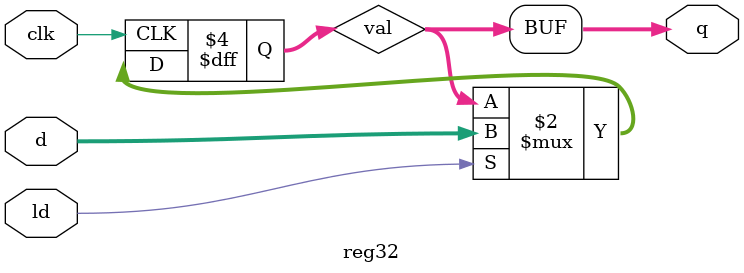
<source format=v>
`timescale 1ns / 1ps

module reg32 (
        input clk,
        input ld,
        input [31:0] d,
        output [31:0] q
        );
        
        reg [31:0] val;
        
        always @ (posedge clk)
        begin
            if (ld) begin
                val <= d;
            end
        end
        
        assign q = val;
        
endmodule
</source>
